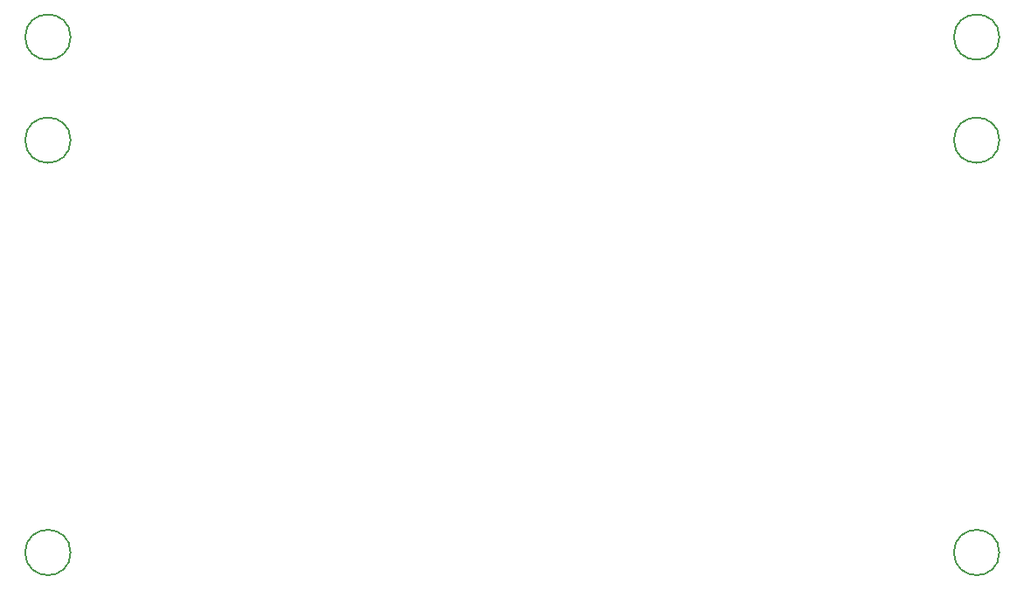
<source format=gbr>
%TF.GenerationSoftware,KiCad,Pcbnew,8.0.2-1*%
%TF.CreationDate,2024-05-13T14:31:14+01:00*%
%TF.ProjectId,Daisy V2 - STM32,44616973-7920-4563-9220-2d2053544d33,rev?*%
%TF.SameCoordinates,Original*%
%TF.FileFunction,Other,Comment*%
%FSLAX46Y46*%
G04 Gerber Fmt 4.6, Leading zero omitted, Abs format (unit mm)*
G04 Created by KiCad (PCBNEW 8.0.2-1) date 2024-05-13 14:31:14*
%MOMM*%
%LPD*%
G01*
G04 APERTURE LIST*
%ADD10C,0.150000*%
G04 APERTURE END LIST*
D10*
%TO.C,REF\u002A\u002A*%
X115850000Y-38546000D02*
G75*
G02*
X111450000Y-38546000I-2200000J0D01*
G01*
X111450000Y-38546000D02*
G75*
G02*
X115850000Y-38546000I2200000J0D01*
G01*
X25850000Y-38546000D02*
G75*
G02*
X21450000Y-38546000I-2200000J0D01*
G01*
X21450000Y-38546000D02*
G75*
G02*
X25850000Y-38546000I2200000J0D01*
G01*
X25850000Y-78546000D02*
G75*
G02*
X21450000Y-78546000I-2200000J0D01*
G01*
X21450000Y-78546000D02*
G75*
G02*
X25850000Y-78546000I2200000J0D01*
G01*
X115850000Y-78546000D02*
G75*
G02*
X111450000Y-78546000I-2200000J0D01*
G01*
X111450000Y-78546000D02*
G75*
G02*
X115850000Y-78546000I2200000J0D01*
G01*
X25850000Y-28546000D02*
G75*
G02*
X21450000Y-28546000I-2200000J0D01*
G01*
X21450000Y-28546000D02*
G75*
G02*
X25850000Y-28546000I2200000J0D01*
G01*
X115850000Y-28546000D02*
G75*
G02*
X111450000Y-28546000I-2200000J0D01*
G01*
X111450000Y-28546000D02*
G75*
G02*
X115850000Y-28546000I2200000J0D01*
G01*
%TD*%
M02*

</source>
